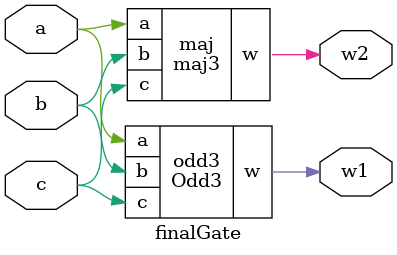
<source format=v>
module Odd3(input a, b, c, output w);
assign #(50, 50) w = ~a&~b&c | ~a&b&~c | a&~b&~c | a&b&c;
endmodule


module maj3(input a, b, c, output w);
assign #(30, 25) w = a&b | a&c | b&c;
endmodule

module finalGate(input a, b, c, output w1, w2);
Odd3 odd3(a, b, c, w1);
maj3 maj(a, b, c, w2);
endmodule

</source>
